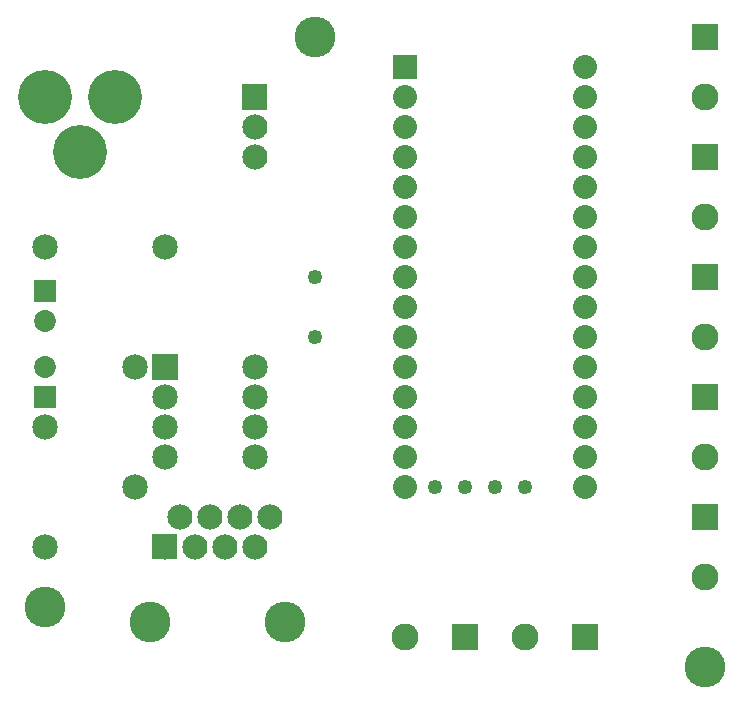
<source format=gbs>
G04 MADE WITH FRITZING*
G04 WWW.FRITZING.ORG*
G04 DOUBLE SIDED*
G04 HOLES PLATED*
G04 CONTOUR ON CENTER OF CONTOUR VECTOR*
%ASAXBY*%
%FSLAX23Y23*%
%MOIN*%
%OFA0B0*%
%SFA1.0B1.0*%
%ADD10C,0.080000*%
%ADD11C,0.084000*%
%ADD12C,0.180000*%
%ADD13C,0.090000*%
%ADD14C,0.135984*%
%ADD15C,0.085000*%
%ADD16C,0.072992*%
%ADD17C,0.049370*%
%ADD18R,0.079972X0.080000*%
%ADD19R,0.090000X0.090000*%
%ADD20R,0.085000X0.085000*%
%ADD21R,0.072992X0.072992*%
%ADD22R,0.001000X0.001000*%
%LNMASK0*%
G90*
G70*
G54D10*
X1411Y2193D03*
X1411Y2093D03*
X1411Y1993D03*
X1411Y1893D03*
X1411Y1793D03*
X1411Y1693D03*
X1411Y1593D03*
X1411Y1493D03*
X1411Y1393D03*
X1411Y1293D03*
X1411Y1193D03*
X1411Y1093D03*
X1411Y993D03*
X1411Y893D03*
X1411Y793D03*
X2011Y2193D03*
X2011Y2093D03*
X2011Y1993D03*
X2011Y1893D03*
X2011Y1793D03*
X2011Y1693D03*
X2011Y1593D03*
X2011Y1493D03*
X2011Y1393D03*
X2011Y1293D03*
X2011Y1193D03*
X2011Y1093D03*
X2011Y993D03*
X2011Y893D03*
X2011Y793D03*
G54D11*
X911Y2093D03*
X911Y1993D03*
X911Y1893D03*
G54D12*
X447Y2093D03*
X211Y2093D03*
X329Y1908D03*
G54D13*
X2011Y293D03*
X1811Y293D03*
X1611Y293D03*
X1411Y293D03*
X2411Y2293D03*
X2411Y2093D03*
X2411Y1893D03*
X2411Y1693D03*
X2411Y1093D03*
X2411Y893D03*
X2411Y693D03*
X2411Y493D03*
X2411Y1493D03*
X2411Y1293D03*
G54D11*
X961Y693D03*
X911Y593D03*
X861Y693D03*
X761Y693D03*
X661Y693D03*
X811Y593D03*
X711Y593D03*
X611Y593D03*
G54D14*
X561Y343D03*
X1011Y343D03*
G54D15*
X611Y1193D03*
X911Y1193D03*
X611Y1093D03*
X911Y1093D03*
X611Y993D03*
X911Y993D03*
X611Y893D03*
X911Y893D03*
X511Y793D03*
X511Y1193D03*
G54D16*
X211Y1445D03*
X211Y1347D03*
X211Y1094D03*
X211Y1193D03*
G54D15*
X211Y993D03*
X211Y593D03*
X211Y1593D03*
X611Y1593D03*
G54D17*
X1111Y1293D03*
X1711Y793D03*
X1611Y793D03*
X1511Y793D03*
X1811Y793D03*
G54D14*
X1111Y2293D03*
X211Y393D03*
X2411Y193D03*
G54D17*
X1111Y1492D03*
G54D18*
X1411Y2193D03*
G54D19*
X2011Y293D03*
X1611Y293D03*
X2411Y2293D03*
X2411Y1893D03*
X2411Y1093D03*
X2411Y693D03*
X2411Y1493D03*
G54D20*
X611Y1193D03*
G54D21*
X211Y1445D03*
X211Y1094D03*
G54D22*
X869Y2134D02*
X952Y2134D01*
X869Y2133D02*
X952Y2133D01*
X869Y2132D02*
X952Y2132D01*
X869Y2131D02*
X952Y2131D01*
X869Y2130D02*
X952Y2130D01*
X869Y2129D02*
X952Y2129D01*
X869Y2128D02*
X952Y2128D01*
X869Y2127D02*
X952Y2127D01*
X869Y2126D02*
X952Y2126D01*
X869Y2125D02*
X952Y2125D01*
X869Y2124D02*
X952Y2124D01*
X869Y2123D02*
X952Y2123D01*
X869Y2122D02*
X952Y2122D01*
X869Y2121D02*
X952Y2121D01*
X869Y2120D02*
X952Y2120D01*
X869Y2119D02*
X952Y2119D01*
X869Y2118D02*
X952Y2118D01*
X869Y2117D02*
X952Y2117D01*
X869Y2116D02*
X952Y2116D01*
X869Y2115D02*
X952Y2115D01*
X869Y2114D02*
X952Y2114D01*
X869Y2113D02*
X952Y2113D01*
X869Y2112D02*
X952Y2112D01*
X869Y2111D02*
X952Y2111D01*
X869Y2110D02*
X952Y2110D01*
X869Y2109D02*
X952Y2109D01*
X869Y2108D02*
X952Y2108D01*
X869Y2107D02*
X906Y2107D01*
X915Y2107D02*
X952Y2107D01*
X869Y2106D02*
X903Y2106D01*
X918Y2106D02*
X952Y2106D01*
X869Y2105D02*
X901Y2105D01*
X919Y2105D02*
X952Y2105D01*
X869Y2104D02*
X900Y2104D01*
X920Y2104D02*
X952Y2104D01*
X869Y2103D02*
X899Y2103D01*
X921Y2103D02*
X952Y2103D01*
X869Y2102D02*
X898Y2102D01*
X922Y2102D02*
X952Y2102D01*
X869Y2101D02*
X897Y2101D01*
X923Y2101D02*
X952Y2101D01*
X869Y2100D02*
X897Y2100D01*
X924Y2100D02*
X952Y2100D01*
X869Y2099D02*
X896Y2099D01*
X924Y2099D02*
X952Y2099D01*
X869Y2098D02*
X896Y2098D01*
X925Y2098D02*
X952Y2098D01*
X869Y2097D02*
X896Y2097D01*
X925Y2097D02*
X952Y2097D01*
X869Y2096D02*
X895Y2096D01*
X925Y2096D02*
X952Y2096D01*
X869Y2095D02*
X895Y2095D01*
X925Y2095D02*
X952Y2095D01*
X869Y2094D02*
X895Y2094D01*
X925Y2094D02*
X952Y2094D01*
X869Y2093D02*
X895Y2093D01*
X925Y2093D02*
X952Y2093D01*
X869Y2092D02*
X895Y2092D01*
X925Y2092D02*
X952Y2092D01*
X869Y2091D02*
X895Y2091D01*
X925Y2091D02*
X952Y2091D01*
X869Y2090D02*
X895Y2090D01*
X925Y2090D02*
X952Y2090D01*
X869Y2089D02*
X896Y2089D01*
X925Y2089D02*
X952Y2089D01*
X869Y2088D02*
X896Y2088D01*
X925Y2088D02*
X952Y2088D01*
X869Y2087D02*
X896Y2087D01*
X924Y2087D02*
X952Y2087D01*
X869Y2086D02*
X897Y2086D01*
X924Y2086D02*
X952Y2086D01*
X869Y2085D02*
X897Y2085D01*
X923Y2085D02*
X952Y2085D01*
X869Y2084D02*
X898Y2084D01*
X922Y2084D02*
X952Y2084D01*
X869Y2083D02*
X899Y2083D01*
X922Y2083D02*
X952Y2083D01*
X869Y2082D02*
X900Y2082D01*
X920Y2082D02*
X952Y2082D01*
X869Y2081D02*
X901Y2081D01*
X919Y2081D02*
X952Y2081D01*
X869Y2080D02*
X903Y2080D01*
X918Y2080D02*
X952Y2080D01*
X869Y2079D02*
X905Y2079D01*
X915Y2079D02*
X952Y2079D01*
X869Y2078D02*
X952Y2078D01*
X869Y2077D02*
X952Y2077D01*
X869Y2076D02*
X952Y2076D01*
X869Y2075D02*
X952Y2075D01*
X869Y2074D02*
X952Y2074D01*
X869Y2073D02*
X952Y2073D01*
X869Y2072D02*
X952Y2072D01*
X869Y2071D02*
X952Y2071D01*
X869Y2070D02*
X952Y2070D01*
X869Y2069D02*
X952Y2069D01*
X869Y2068D02*
X952Y2068D01*
X869Y2067D02*
X952Y2067D01*
X869Y2066D02*
X952Y2066D01*
X869Y2065D02*
X952Y2065D01*
X869Y2064D02*
X952Y2064D01*
X869Y2063D02*
X952Y2063D01*
X869Y2062D02*
X952Y2062D01*
X869Y2061D02*
X952Y2061D01*
X869Y2060D02*
X952Y2060D01*
X869Y2059D02*
X952Y2059D01*
X869Y2058D02*
X952Y2058D01*
X869Y2057D02*
X952Y2057D01*
X869Y2056D02*
X952Y2056D01*
X869Y2055D02*
X952Y2055D01*
X869Y2054D02*
X952Y2054D01*
X869Y2053D02*
X952Y2053D01*
X869Y2052D02*
X952Y2052D01*
X869Y2051D02*
X951Y2051D01*
X569Y635D02*
X651Y635D01*
X569Y634D02*
X652Y634D01*
X569Y633D02*
X652Y633D01*
X569Y632D02*
X652Y632D01*
X569Y631D02*
X652Y631D01*
X569Y630D02*
X652Y630D01*
X569Y629D02*
X652Y629D01*
X569Y628D02*
X652Y628D01*
X569Y627D02*
X652Y627D01*
X569Y626D02*
X652Y626D01*
X569Y625D02*
X652Y625D01*
X569Y624D02*
X652Y624D01*
X569Y623D02*
X652Y623D01*
X569Y622D02*
X652Y622D01*
X569Y621D02*
X652Y621D01*
X569Y620D02*
X652Y620D01*
X569Y619D02*
X652Y619D01*
X569Y618D02*
X652Y618D01*
X569Y617D02*
X652Y617D01*
X569Y616D02*
X652Y616D01*
X569Y615D02*
X652Y615D01*
X569Y614D02*
X652Y614D01*
X569Y613D02*
X652Y613D01*
X569Y612D02*
X652Y612D01*
X569Y611D02*
X652Y611D01*
X569Y610D02*
X652Y610D01*
X569Y609D02*
X652Y609D01*
X569Y608D02*
X652Y608D01*
X569Y607D02*
X605Y607D01*
X616Y607D02*
X652Y607D01*
X569Y606D02*
X603Y606D01*
X618Y606D02*
X652Y606D01*
X569Y605D02*
X601Y605D01*
X619Y605D02*
X652Y605D01*
X569Y604D02*
X600Y604D01*
X621Y604D02*
X652Y604D01*
X569Y603D02*
X599Y603D01*
X622Y603D02*
X652Y603D01*
X569Y602D02*
X598Y602D01*
X622Y602D02*
X652Y602D01*
X569Y601D02*
X597Y601D01*
X623Y601D02*
X652Y601D01*
X569Y600D02*
X597Y600D01*
X624Y600D02*
X652Y600D01*
X569Y599D02*
X596Y599D01*
X624Y599D02*
X652Y599D01*
X569Y598D02*
X596Y598D01*
X625Y598D02*
X652Y598D01*
X569Y597D02*
X596Y597D01*
X625Y597D02*
X652Y597D01*
X569Y596D02*
X595Y596D01*
X625Y596D02*
X652Y596D01*
X569Y595D02*
X595Y595D01*
X625Y595D02*
X652Y595D01*
X569Y594D02*
X595Y594D01*
X625Y594D02*
X652Y594D01*
X569Y593D02*
X595Y593D01*
X626Y593D02*
X652Y593D01*
X569Y592D02*
X595Y592D01*
X625Y592D02*
X652Y592D01*
X569Y591D02*
X595Y591D01*
X625Y591D02*
X652Y591D01*
X569Y590D02*
X595Y590D01*
X625Y590D02*
X652Y590D01*
X569Y589D02*
X596Y589D01*
X625Y589D02*
X652Y589D01*
X569Y588D02*
X596Y588D01*
X625Y588D02*
X652Y588D01*
X569Y587D02*
X596Y587D01*
X624Y587D02*
X652Y587D01*
X569Y586D02*
X597Y586D01*
X624Y586D02*
X652Y586D01*
X569Y585D02*
X598Y585D01*
X623Y585D02*
X652Y585D01*
X569Y584D02*
X598Y584D01*
X622Y584D02*
X652Y584D01*
X569Y583D02*
X599Y583D01*
X622Y583D02*
X652Y583D01*
X569Y582D02*
X600Y582D01*
X620Y582D02*
X652Y582D01*
X569Y581D02*
X601Y581D01*
X619Y581D02*
X652Y581D01*
X569Y580D02*
X603Y580D01*
X618Y580D02*
X652Y580D01*
X569Y579D02*
X606Y579D01*
X615Y579D02*
X652Y579D01*
X569Y578D02*
X652Y578D01*
X569Y577D02*
X652Y577D01*
X569Y576D02*
X652Y576D01*
X569Y575D02*
X652Y575D01*
X569Y574D02*
X652Y574D01*
X569Y573D02*
X652Y573D01*
X569Y572D02*
X652Y572D01*
X569Y571D02*
X652Y571D01*
X569Y570D02*
X652Y570D01*
X569Y569D02*
X652Y569D01*
X569Y568D02*
X652Y568D01*
X569Y567D02*
X652Y567D01*
X569Y566D02*
X652Y566D01*
X569Y565D02*
X652Y565D01*
X569Y564D02*
X652Y564D01*
X569Y563D02*
X652Y563D01*
X569Y562D02*
X652Y562D01*
X569Y561D02*
X652Y561D01*
X569Y560D02*
X652Y560D01*
X569Y559D02*
X652Y559D01*
X569Y558D02*
X652Y558D01*
X569Y557D02*
X652Y557D01*
X569Y556D02*
X652Y556D01*
X569Y555D02*
X652Y555D01*
X569Y554D02*
X652Y554D01*
X569Y553D02*
X652Y553D01*
X569Y552D02*
X652Y552D01*
D02*
G04 End of Mask0*
M02*
</source>
